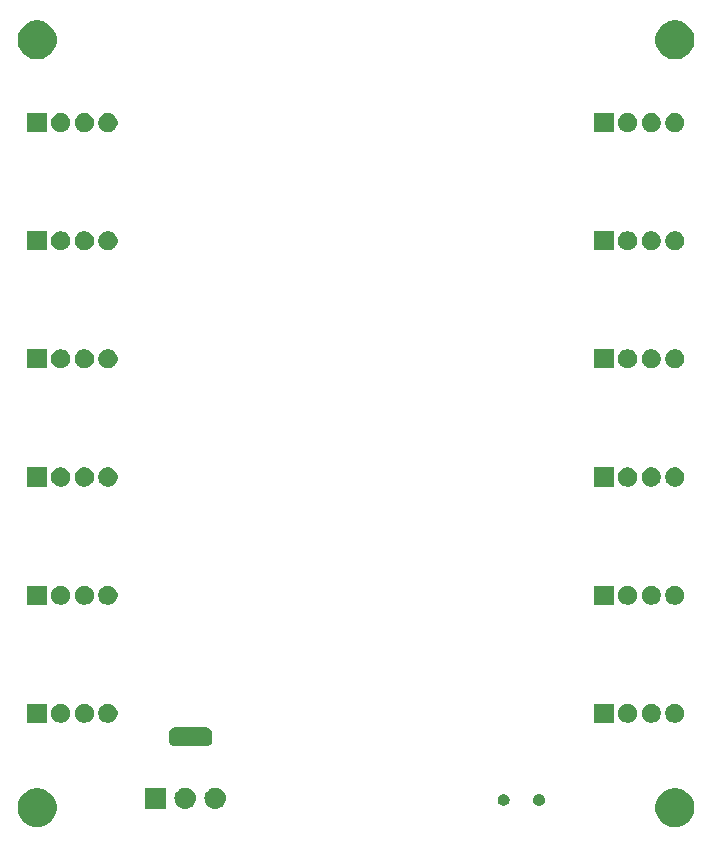
<source format=gbr>
G04 #@! TF.GenerationSoftware,KiCad,Pcbnew,(5.0.1-3-g963ef8bb5)*
G04 #@! TF.CreationDate,2020-02-17T10:00:22+01:00*
G04 #@! TF.ProjectId,studIOTmega_v11,73747564494F546D6567615F7631312E,rev?*
G04 #@! TF.SameCoordinates,Original*
G04 #@! TF.FileFunction,Soldermask,Bot*
G04 #@! TF.FilePolarity,Negative*
%FSLAX46Y46*%
G04 Gerber Fmt 4.6, Leading zero omitted, Abs format (unit mm)*
G04 Created by KiCad (PCBNEW (5.0.1-3-g963ef8bb5)) date 2020 February 17, Monday 10:00:22*
%MOMM*%
%LPD*%
G01*
G04 APERTURE LIST*
%ADD10C,0.100000*%
G04 APERTURE END LIST*
D10*
G36*
X127375256Y-142391298D02*
X127481579Y-142412447D01*
X127782042Y-142536903D01*
X127816332Y-142559815D01*
X128052454Y-142717587D01*
X128282413Y-142947546D01*
X128463098Y-143217960D01*
X128587553Y-143518422D01*
X128651000Y-143837389D01*
X128651000Y-144162611D01*
X128587553Y-144481578D01*
X128463098Y-144782040D01*
X128282413Y-145052454D01*
X128052454Y-145282413D01*
X128052451Y-145282415D01*
X127782042Y-145463097D01*
X127481579Y-145587553D01*
X127375256Y-145608702D01*
X127162611Y-145651000D01*
X126837389Y-145651000D01*
X126624744Y-145608702D01*
X126518421Y-145587553D01*
X126217958Y-145463097D01*
X125947549Y-145282415D01*
X125947546Y-145282413D01*
X125717587Y-145052454D01*
X125536902Y-144782040D01*
X125412447Y-144481578D01*
X125349000Y-144162611D01*
X125349000Y-143837389D01*
X125412447Y-143518422D01*
X125536902Y-143217960D01*
X125717587Y-142947546D01*
X125947546Y-142717587D01*
X126183668Y-142559815D01*
X126217958Y-142536903D01*
X126518421Y-142412447D01*
X126624744Y-142391298D01*
X126837389Y-142349000D01*
X127162611Y-142349000D01*
X127375256Y-142391298D01*
X127375256Y-142391298D01*
G37*
G36*
X73375256Y-142391298D02*
X73481579Y-142412447D01*
X73782042Y-142536903D01*
X73816332Y-142559815D01*
X74052454Y-142717587D01*
X74282413Y-142947546D01*
X74463098Y-143217960D01*
X74587553Y-143518422D01*
X74651000Y-143837389D01*
X74651000Y-144162611D01*
X74587553Y-144481578D01*
X74463098Y-144782040D01*
X74282413Y-145052454D01*
X74052454Y-145282413D01*
X74052451Y-145282415D01*
X73782042Y-145463097D01*
X73481579Y-145587553D01*
X73375256Y-145608702D01*
X73162611Y-145651000D01*
X72837389Y-145651000D01*
X72624744Y-145608702D01*
X72518421Y-145587553D01*
X72217958Y-145463097D01*
X71947549Y-145282415D01*
X71947546Y-145282413D01*
X71717587Y-145052454D01*
X71536902Y-144782040D01*
X71412447Y-144481578D01*
X71349000Y-144162611D01*
X71349000Y-143837389D01*
X71412447Y-143518422D01*
X71536902Y-143217960D01*
X71717587Y-142947546D01*
X71947546Y-142717587D01*
X72183668Y-142559815D01*
X72217958Y-142536903D01*
X72518421Y-142412447D01*
X72624744Y-142391298D01*
X72837389Y-142349000D01*
X73162611Y-142349000D01*
X73375256Y-142391298D01*
X73375256Y-142391298D01*
G37*
G36*
X83901000Y-144101000D02*
X82099000Y-144101000D01*
X82099000Y-142299000D01*
X83901000Y-142299000D01*
X83901000Y-144101000D01*
X83901000Y-144101000D01*
G37*
G36*
X88190442Y-142305518D02*
X88256627Y-142312037D01*
X88369853Y-142346384D01*
X88426467Y-142363557D01*
X88517932Y-142412447D01*
X88582991Y-142447222D01*
X88618729Y-142476552D01*
X88720186Y-142559814D01*
X88803448Y-142661271D01*
X88832778Y-142697009D01*
X88832779Y-142697011D01*
X88916443Y-142853533D01*
X88916443Y-142853534D01*
X88967963Y-143023373D01*
X88985359Y-143200000D01*
X88967963Y-143376627D01*
X88937777Y-143476136D01*
X88916443Y-143546467D01*
X88861440Y-143649369D01*
X88832778Y-143702991D01*
X88819515Y-143719152D01*
X88720186Y-143840186D01*
X88618729Y-143923448D01*
X88582991Y-143952778D01*
X88582989Y-143952779D01*
X88426467Y-144036443D01*
X88369853Y-144053616D01*
X88256627Y-144087963D01*
X88190442Y-144094482D01*
X88124260Y-144101000D01*
X88035740Y-144101000D01*
X87969558Y-144094482D01*
X87903373Y-144087963D01*
X87790147Y-144053616D01*
X87733533Y-144036443D01*
X87577011Y-143952779D01*
X87577009Y-143952778D01*
X87541271Y-143923448D01*
X87439814Y-143840186D01*
X87340485Y-143719152D01*
X87327222Y-143702991D01*
X87298560Y-143649369D01*
X87243557Y-143546467D01*
X87222223Y-143476136D01*
X87192037Y-143376627D01*
X87174641Y-143200000D01*
X87192037Y-143023373D01*
X87243557Y-142853534D01*
X87243557Y-142853533D01*
X87327221Y-142697011D01*
X87327222Y-142697009D01*
X87356552Y-142661271D01*
X87439814Y-142559814D01*
X87541271Y-142476552D01*
X87577009Y-142447222D01*
X87642068Y-142412447D01*
X87733533Y-142363557D01*
X87790147Y-142346384D01*
X87903373Y-142312037D01*
X87969558Y-142305518D01*
X88035740Y-142299000D01*
X88124260Y-142299000D01*
X88190442Y-142305518D01*
X88190442Y-142305518D01*
G37*
G36*
X85650442Y-142305518D02*
X85716627Y-142312037D01*
X85829853Y-142346384D01*
X85886467Y-142363557D01*
X85977932Y-142412447D01*
X86042991Y-142447222D01*
X86078729Y-142476552D01*
X86180186Y-142559814D01*
X86263448Y-142661271D01*
X86292778Y-142697009D01*
X86292779Y-142697011D01*
X86376443Y-142853533D01*
X86376443Y-142853534D01*
X86427963Y-143023373D01*
X86445359Y-143200000D01*
X86427963Y-143376627D01*
X86397777Y-143476136D01*
X86376443Y-143546467D01*
X86321440Y-143649369D01*
X86292778Y-143702991D01*
X86279515Y-143719152D01*
X86180186Y-143840186D01*
X86078729Y-143923448D01*
X86042991Y-143952778D01*
X86042989Y-143952779D01*
X85886467Y-144036443D01*
X85829853Y-144053616D01*
X85716627Y-144087963D01*
X85650442Y-144094482D01*
X85584260Y-144101000D01*
X85495740Y-144101000D01*
X85429558Y-144094482D01*
X85363373Y-144087963D01*
X85250147Y-144053616D01*
X85193533Y-144036443D01*
X85037011Y-143952779D01*
X85037009Y-143952778D01*
X85001271Y-143923448D01*
X84899814Y-143840186D01*
X84800485Y-143719152D01*
X84787222Y-143702991D01*
X84758560Y-143649369D01*
X84703557Y-143546467D01*
X84682223Y-143476136D01*
X84652037Y-143376627D01*
X84634641Y-143200000D01*
X84652037Y-143023373D01*
X84703557Y-142853534D01*
X84703557Y-142853533D01*
X84787221Y-142697011D01*
X84787222Y-142697009D01*
X84816552Y-142661271D01*
X84899814Y-142559814D01*
X85001271Y-142476552D01*
X85037009Y-142447222D01*
X85102068Y-142412447D01*
X85193533Y-142363557D01*
X85250147Y-142346384D01*
X85363373Y-142312037D01*
X85429558Y-142305518D01*
X85495740Y-142299000D01*
X85584260Y-142299000D01*
X85650442Y-142305518D01*
X85650442Y-142305518D01*
G37*
G36*
X115646136Y-142848253D02*
X115737312Y-142886019D01*
X115819372Y-142940850D01*
X115889150Y-143010628D01*
X115943981Y-143092688D01*
X115981747Y-143183864D01*
X116001000Y-143280656D01*
X116001000Y-143379344D01*
X115981747Y-143476136D01*
X115943981Y-143567312D01*
X115889150Y-143649372D01*
X115819372Y-143719150D01*
X115737312Y-143773981D01*
X115646136Y-143811747D01*
X115549344Y-143831000D01*
X115450656Y-143831000D01*
X115353864Y-143811747D01*
X115262688Y-143773981D01*
X115180628Y-143719150D01*
X115110850Y-143649372D01*
X115056019Y-143567312D01*
X115018253Y-143476136D01*
X114999000Y-143379344D01*
X114999000Y-143280656D01*
X115018253Y-143183864D01*
X115056019Y-143092688D01*
X115110850Y-143010628D01*
X115180628Y-142940850D01*
X115262688Y-142886019D01*
X115353864Y-142848253D01*
X115450656Y-142829000D01*
X115549344Y-142829000D01*
X115646136Y-142848253D01*
X115646136Y-142848253D01*
G37*
G36*
X112646136Y-142848253D02*
X112737312Y-142886019D01*
X112819372Y-142940850D01*
X112889150Y-143010628D01*
X112943981Y-143092688D01*
X112981747Y-143183864D01*
X113001000Y-143280656D01*
X113001000Y-143379344D01*
X112981747Y-143476136D01*
X112943981Y-143567312D01*
X112889150Y-143649372D01*
X112819372Y-143719150D01*
X112737312Y-143773981D01*
X112646136Y-143811747D01*
X112549344Y-143831000D01*
X112450656Y-143831000D01*
X112353864Y-143811747D01*
X112262688Y-143773981D01*
X112180628Y-143719150D01*
X112110850Y-143649372D01*
X112056019Y-143567312D01*
X112018253Y-143476136D01*
X111999000Y-143379344D01*
X111999000Y-143280656D01*
X112018253Y-143183864D01*
X112056019Y-143092688D01*
X112110850Y-143010628D01*
X112180628Y-142940850D01*
X112262688Y-142886019D01*
X112353864Y-142848253D01*
X112450656Y-142829000D01*
X112549344Y-142829000D01*
X112646136Y-142848253D01*
X112646136Y-142848253D01*
G37*
G36*
X85259999Y-137199737D02*
X85274534Y-137204147D01*
X85287717Y-137209607D01*
X85311751Y-137214387D01*
X85336255Y-137214387D01*
X85360288Y-137209606D01*
X85382927Y-137200228D01*
X85384765Y-137199000D01*
X86616053Y-137199000D01*
X86628165Y-137205474D01*
X86651614Y-137212587D01*
X86676000Y-137214989D01*
X86700386Y-137212587D01*
X86718564Y-137206083D01*
X86718608Y-137206227D01*
X86740001Y-137199737D01*
X86756140Y-137198148D01*
X87293860Y-137198148D01*
X87312198Y-137199954D01*
X87324450Y-137200556D01*
X87342869Y-137200556D01*
X87365149Y-137202750D01*
X87449236Y-137219476D01*
X87470655Y-137225974D01*
X87549871Y-137258785D01*
X87569607Y-137269335D01*
X87640897Y-137316969D01*
X87658208Y-137331176D01*
X87718824Y-137391792D01*
X87733031Y-137409103D01*
X87780665Y-137480393D01*
X87791215Y-137500129D01*
X87824026Y-137579345D01*
X87830524Y-137600764D01*
X87847250Y-137684851D01*
X87849444Y-137707131D01*
X87849444Y-137725550D01*
X87850046Y-137737802D01*
X87851852Y-137756140D01*
X87851852Y-138243861D01*
X87850046Y-138262198D01*
X87849444Y-138274450D01*
X87849444Y-138292869D01*
X87847250Y-138315149D01*
X87830524Y-138399236D01*
X87824026Y-138420655D01*
X87791215Y-138499871D01*
X87780665Y-138519607D01*
X87733031Y-138590897D01*
X87718824Y-138608208D01*
X87658208Y-138668824D01*
X87640897Y-138683031D01*
X87569607Y-138730665D01*
X87549871Y-138741215D01*
X87470655Y-138774026D01*
X87449236Y-138780524D01*
X87365149Y-138797250D01*
X87342869Y-138799444D01*
X87324450Y-138799444D01*
X87312198Y-138800046D01*
X87293861Y-138801852D01*
X86756140Y-138801852D01*
X86740001Y-138800263D01*
X86725466Y-138795853D01*
X86712283Y-138790393D01*
X86688249Y-138785613D01*
X86663745Y-138785613D01*
X86639712Y-138790394D01*
X86617073Y-138799772D01*
X86615235Y-138801000D01*
X85383947Y-138801000D01*
X85371835Y-138794526D01*
X85348386Y-138787413D01*
X85324000Y-138785011D01*
X85299614Y-138787413D01*
X85281436Y-138793917D01*
X85281392Y-138793773D01*
X85259999Y-138800263D01*
X85243860Y-138801852D01*
X84706139Y-138801852D01*
X84687802Y-138800046D01*
X84675550Y-138799444D01*
X84657131Y-138799444D01*
X84634851Y-138797250D01*
X84550764Y-138780524D01*
X84529345Y-138774026D01*
X84450129Y-138741215D01*
X84430393Y-138730665D01*
X84359103Y-138683031D01*
X84341792Y-138668824D01*
X84281176Y-138608208D01*
X84266969Y-138590897D01*
X84219335Y-138519607D01*
X84208785Y-138499871D01*
X84175974Y-138420655D01*
X84169476Y-138399236D01*
X84152750Y-138315149D01*
X84150556Y-138292869D01*
X84150556Y-138274450D01*
X84149954Y-138262198D01*
X84148148Y-138243861D01*
X84148148Y-137756140D01*
X84149954Y-137737802D01*
X84150556Y-137725550D01*
X84150556Y-137707131D01*
X84152750Y-137684851D01*
X84169476Y-137600764D01*
X84175974Y-137579345D01*
X84208785Y-137500129D01*
X84219335Y-137480393D01*
X84266969Y-137409103D01*
X84281176Y-137391792D01*
X84341792Y-137331176D01*
X84359103Y-137316969D01*
X84430393Y-137269335D01*
X84450129Y-137258785D01*
X84529345Y-137225974D01*
X84550764Y-137219476D01*
X84634851Y-137202750D01*
X84657131Y-137200556D01*
X84675550Y-137200556D01*
X84687802Y-137199954D01*
X84706140Y-137198148D01*
X85243860Y-137198148D01*
X85259999Y-137199737D01*
X85259999Y-137199737D01*
G37*
G36*
X73813000Y-136813000D02*
X72187000Y-136813000D01*
X72187000Y-135187000D01*
X73813000Y-135187000D01*
X73813000Y-136813000D01*
X73813000Y-136813000D01*
G37*
G36*
X127237142Y-135218242D02*
X127385102Y-135279530D01*
X127518258Y-135368502D01*
X127631498Y-135481742D01*
X127720470Y-135614898D01*
X127781758Y-135762858D01*
X127813000Y-135919925D01*
X127813000Y-136080075D01*
X127781758Y-136237142D01*
X127720470Y-136385102D01*
X127631498Y-136518258D01*
X127518258Y-136631498D01*
X127385102Y-136720470D01*
X127237142Y-136781758D01*
X127080075Y-136813000D01*
X126919925Y-136813000D01*
X126762858Y-136781758D01*
X126614898Y-136720470D01*
X126481742Y-136631498D01*
X126368502Y-136518258D01*
X126279530Y-136385102D01*
X126218242Y-136237142D01*
X126187000Y-136080075D01*
X126187000Y-135919925D01*
X126218242Y-135762858D01*
X126279530Y-135614898D01*
X126368502Y-135481742D01*
X126481742Y-135368502D01*
X126614898Y-135279530D01*
X126762858Y-135218242D01*
X126919925Y-135187000D01*
X127080075Y-135187000D01*
X127237142Y-135218242D01*
X127237142Y-135218242D01*
G37*
G36*
X75237142Y-135218242D02*
X75385102Y-135279530D01*
X75518258Y-135368502D01*
X75631498Y-135481742D01*
X75720470Y-135614898D01*
X75781758Y-135762858D01*
X75813000Y-135919925D01*
X75813000Y-136080075D01*
X75781758Y-136237142D01*
X75720470Y-136385102D01*
X75631498Y-136518258D01*
X75518258Y-136631498D01*
X75385102Y-136720470D01*
X75237142Y-136781758D01*
X75080075Y-136813000D01*
X74919925Y-136813000D01*
X74762858Y-136781758D01*
X74614898Y-136720470D01*
X74481742Y-136631498D01*
X74368502Y-136518258D01*
X74279530Y-136385102D01*
X74218242Y-136237142D01*
X74187000Y-136080075D01*
X74187000Y-135919925D01*
X74218242Y-135762858D01*
X74279530Y-135614898D01*
X74368502Y-135481742D01*
X74481742Y-135368502D01*
X74614898Y-135279530D01*
X74762858Y-135218242D01*
X74919925Y-135187000D01*
X75080075Y-135187000D01*
X75237142Y-135218242D01*
X75237142Y-135218242D01*
G37*
G36*
X77237142Y-135218242D02*
X77385102Y-135279530D01*
X77518258Y-135368502D01*
X77631498Y-135481742D01*
X77720470Y-135614898D01*
X77781758Y-135762858D01*
X77813000Y-135919925D01*
X77813000Y-136080075D01*
X77781758Y-136237142D01*
X77720470Y-136385102D01*
X77631498Y-136518258D01*
X77518258Y-136631498D01*
X77385102Y-136720470D01*
X77237142Y-136781758D01*
X77080075Y-136813000D01*
X76919925Y-136813000D01*
X76762858Y-136781758D01*
X76614898Y-136720470D01*
X76481742Y-136631498D01*
X76368502Y-136518258D01*
X76279530Y-136385102D01*
X76218242Y-136237142D01*
X76187000Y-136080075D01*
X76187000Y-135919925D01*
X76218242Y-135762858D01*
X76279530Y-135614898D01*
X76368502Y-135481742D01*
X76481742Y-135368502D01*
X76614898Y-135279530D01*
X76762858Y-135218242D01*
X76919925Y-135187000D01*
X77080075Y-135187000D01*
X77237142Y-135218242D01*
X77237142Y-135218242D01*
G37*
G36*
X125237142Y-135218242D02*
X125385102Y-135279530D01*
X125518258Y-135368502D01*
X125631498Y-135481742D01*
X125720470Y-135614898D01*
X125781758Y-135762858D01*
X125813000Y-135919925D01*
X125813000Y-136080075D01*
X125781758Y-136237142D01*
X125720470Y-136385102D01*
X125631498Y-136518258D01*
X125518258Y-136631498D01*
X125385102Y-136720470D01*
X125237142Y-136781758D01*
X125080075Y-136813000D01*
X124919925Y-136813000D01*
X124762858Y-136781758D01*
X124614898Y-136720470D01*
X124481742Y-136631498D01*
X124368502Y-136518258D01*
X124279530Y-136385102D01*
X124218242Y-136237142D01*
X124187000Y-136080075D01*
X124187000Y-135919925D01*
X124218242Y-135762858D01*
X124279530Y-135614898D01*
X124368502Y-135481742D01*
X124481742Y-135368502D01*
X124614898Y-135279530D01*
X124762858Y-135218242D01*
X124919925Y-135187000D01*
X125080075Y-135187000D01*
X125237142Y-135218242D01*
X125237142Y-135218242D01*
G37*
G36*
X123237142Y-135218242D02*
X123385102Y-135279530D01*
X123518258Y-135368502D01*
X123631498Y-135481742D01*
X123720470Y-135614898D01*
X123781758Y-135762858D01*
X123813000Y-135919925D01*
X123813000Y-136080075D01*
X123781758Y-136237142D01*
X123720470Y-136385102D01*
X123631498Y-136518258D01*
X123518258Y-136631498D01*
X123385102Y-136720470D01*
X123237142Y-136781758D01*
X123080075Y-136813000D01*
X122919925Y-136813000D01*
X122762858Y-136781758D01*
X122614898Y-136720470D01*
X122481742Y-136631498D01*
X122368502Y-136518258D01*
X122279530Y-136385102D01*
X122218242Y-136237142D01*
X122187000Y-136080075D01*
X122187000Y-135919925D01*
X122218242Y-135762858D01*
X122279530Y-135614898D01*
X122368502Y-135481742D01*
X122481742Y-135368502D01*
X122614898Y-135279530D01*
X122762858Y-135218242D01*
X122919925Y-135187000D01*
X123080075Y-135187000D01*
X123237142Y-135218242D01*
X123237142Y-135218242D01*
G37*
G36*
X121813000Y-136813000D02*
X120187000Y-136813000D01*
X120187000Y-135187000D01*
X121813000Y-135187000D01*
X121813000Y-136813000D01*
X121813000Y-136813000D01*
G37*
G36*
X79237142Y-135218242D02*
X79385102Y-135279530D01*
X79518258Y-135368502D01*
X79631498Y-135481742D01*
X79720470Y-135614898D01*
X79781758Y-135762858D01*
X79813000Y-135919925D01*
X79813000Y-136080075D01*
X79781758Y-136237142D01*
X79720470Y-136385102D01*
X79631498Y-136518258D01*
X79518258Y-136631498D01*
X79385102Y-136720470D01*
X79237142Y-136781758D01*
X79080075Y-136813000D01*
X78919925Y-136813000D01*
X78762858Y-136781758D01*
X78614898Y-136720470D01*
X78481742Y-136631498D01*
X78368502Y-136518258D01*
X78279530Y-136385102D01*
X78218242Y-136237142D01*
X78187000Y-136080075D01*
X78187000Y-135919925D01*
X78218242Y-135762858D01*
X78279530Y-135614898D01*
X78368502Y-135481742D01*
X78481742Y-135368502D01*
X78614898Y-135279530D01*
X78762858Y-135218242D01*
X78919925Y-135187000D01*
X79080075Y-135187000D01*
X79237142Y-135218242D01*
X79237142Y-135218242D01*
G37*
G36*
X121813000Y-126813000D02*
X120187000Y-126813000D01*
X120187000Y-125187000D01*
X121813000Y-125187000D01*
X121813000Y-126813000D01*
X121813000Y-126813000D01*
G37*
G36*
X123237142Y-125218242D02*
X123385102Y-125279530D01*
X123518258Y-125368502D01*
X123631498Y-125481742D01*
X123720470Y-125614898D01*
X123781758Y-125762858D01*
X123813000Y-125919925D01*
X123813000Y-126080075D01*
X123781758Y-126237142D01*
X123720470Y-126385102D01*
X123631498Y-126518258D01*
X123518258Y-126631498D01*
X123385102Y-126720470D01*
X123237142Y-126781758D01*
X123080075Y-126813000D01*
X122919925Y-126813000D01*
X122762858Y-126781758D01*
X122614898Y-126720470D01*
X122481742Y-126631498D01*
X122368502Y-126518258D01*
X122279530Y-126385102D01*
X122218242Y-126237142D01*
X122187000Y-126080075D01*
X122187000Y-125919925D01*
X122218242Y-125762858D01*
X122279530Y-125614898D01*
X122368502Y-125481742D01*
X122481742Y-125368502D01*
X122614898Y-125279530D01*
X122762858Y-125218242D01*
X122919925Y-125187000D01*
X123080075Y-125187000D01*
X123237142Y-125218242D01*
X123237142Y-125218242D01*
G37*
G36*
X125237142Y-125218242D02*
X125385102Y-125279530D01*
X125518258Y-125368502D01*
X125631498Y-125481742D01*
X125720470Y-125614898D01*
X125781758Y-125762858D01*
X125813000Y-125919925D01*
X125813000Y-126080075D01*
X125781758Y-126237142D01*
X125720470Y-126385102D01*
X125631498Y-126518258D01*
X125518258Y-126631498D01*
X125385102Y-126720470D01*
X125237142Y-126781758D01*
X125080075Y-126813000D01*
X124919925Y-126813000D01*
X124762858Y-126781758D01*
X124614898Y-126720470D01*
X124481742Y-126631498D01*
X124368502Y-126518258D01*
X124279530Y-126385102D01*
X124218242Y-126237142D01*
X124187000Y-126080075D01*
X124187000Y-125919925D01*
X124218242Y-125762858D01*
X124279530Y-125614898D01*
X124368502Y-125481742D01*
X124481742Y-125368502D01*
X124614898Y-125279530D01*
X124762858Y-125218242D01*
X124919925Y-125187000D01*
X125080075Y-125187000D01*
X125237142Y-125218242D01*
X125237142Y-125218242D01*
G37*
G36*
X79237142Y-125218242D02*
X79385102Y-125279530D01*
X79518258Y-125368502D01*
X79631498Y-125481742D01*
X79720470Y-125614898D01*
X79781758Y-125762858D01*
X79813000Y-125919925D01*
X79813000Y-126080075D01*
X79781758Y-126237142D01*
X79720470Y-126385102D01*
X79631498Y-126518258D01*
X79518258Y-126631498D01*
X79385102Y-126720470D01*
X79237142Y-126781758D01*
X79080075Y-126813000D01*
X78919925Y-126813000D01*
X78762858Y-126781758D01*
X78614898Y-126720470D01*
X78481742Y-126631498D01*
X78368502Y-126518258D01*
X78279530Y-126385102D01*
X78218242Y-126237142D01*
X78187000Y-126080075D01*
X78187000Y-125919925D01*
X78218242Y-125762858D01*
X78279530Y-125614898D01*
X78368502Y-125481742D01*
X78481742Y-125368502D01*
X78614898Y-125279530D01*
X78762858Y-125218242D01*
X78919925Y-125187000D01*
X79080075Y-125187000D01*
X79237142Y-125218242D01*
X79237142Y-125218242D01*
G37*
G36*
X77237142Y-125218242D02*
X77385102Y-125279530D01*
X77518258Y-125368502D01*
X77631498Y-125481742D01*
X77720470Y-125614898D01*
X77781758Y-125762858D01*
X77813000Y-125919925D01*
X77813000Y-126080075D01*
X77781758Y-126237142D01*
X77720470Y-126385102D01*
X77631498Y-126518258D01*
X77518258Y-126631498D01*
X77385102Y-126720470D01*
X77237142Y-126781758D01*
X77080075Y-126813000D01*
X76919925Y-126813000D01*
X76762858Y-126781758D01*
X76614898Y-126720470D01*
X76481742Y-126631498D01*
X76368502Y-126518258D01*
X76279530Y-126385102D01*
X76218242Y-126237142D01*
X76187000Y-126080075D01*
X76187000Y-125919925D01*
X76218242Y-125762858D01*
X76279530Y-125614898D01*
X76368502Y-125481742D01*
X76481742Y-125368502D01*
X76614898Y-125279530D01*
X76762858Y-125218242D01*
X76919925Y-125187000D01*
X77080075Y-125187000D01*
X77237142Y-125218242D01*
X77237142Y-125218242D01*
G37*
G36*
X75237142Y-125218242D02*
X75385102Y-125279530D01*
X75518258Y-125368502D01*
X75631498Y-125481742D01*
X75720470Y-125614898D01*
X75781758Y-125762858D01*
X75813000Y-125919925D01*
X75813000Y-126080075D01*
X75781758Y-126237142D01*
X75720470Y-126385102D01*
X75631498Y-126518258D01*
X75518258Y-126631498D01*
X75385102Y-126720470D01*
X75237142Y-126781758D01*
X75080075Y-126813000D01*
X74919925Y-126813000D01*
X74762858Y-126781758D01*
X74614898Y-126720470D01*
X74481742Y-126631498D01*
X74368502Y-126518258D01*
X74279530Y-126385102D01*
X74218242Y-126237142D01*
X74187000Y-126080075D01*
X74187000Y-125919925D01*
X74218242Y-125762858D01*
X74279530Y-125614898D01*
X74368502Y-125481742D01*
X74481742Y-125368502D01*
X74614898Y-125279530D01*
X74762858Y-125218242D01*
X74919925Y-125187000D01*
X75080075Y-125187000D01*
X75237142Y-125218242D01*
X75237142Y-125218242D01*
G37*
G36*
X73813000Y-126813000D02*
X72187000Y-126813000D01*
X72187000Y-125187000D01*
X73813000Y-125187000D01*
X73813000Y-126813000D01*
X73813000Y-126813000D01*
G37*
G36*
X127237142Y-125218242D02*
X127385102Y-125279530D01*
X127518258Y-125368502D01*
X127631498Y-125481742D01*
X127720470Y-125614898D01*
X127781758Y-125762858D01*
X127813000Y-125919925D01*
X127813000Y-126080075D01*
X127781758Y-126237142D01*
X127720470Y-126385102D01*
X127631498Y-126518258D01*
X127518258Y-126631498D01*
X127385102Y-126720470D01*
X127237142Y-126781758D01*
X127080075Y-126813000D01*
X126919925Y-126813000D01*
X126762858Y-126781758D01*
X126614898Y-126720470D01*
X126481742Y-126631498D01*
X126368502Y-126518258D01*
X126279530Y-126385102D01*
X126218242Y-126237142D01*
X126187000Y-126080075D01*
X126187000Y-125919925D01*
X126218242Y-125762858D01*
X126279530Y-125614898D01*
X126368502Y-125481742D01*
X126481742Y-125368502D01*
X126614898Y-125279530D01*
X126762858Y-125218242D01*
X126919925Y-125187000D01*
X127080075Y-125187000D01*
X127237142Y-125218242D01*
X127237142Y-125218242D01*
G37*
G36*
X127237142Y-115218242D02*
X127385102Y-115279530D01*
X127518258Y-115368502D01*
X127631498Y-115481742D01*
X127720470Y-115614898D01*
X127781758Y-115762858D01*
X127813000Y-115919925D01*
X127813000Y-116080075D01*
X127781758Y-116237142D01*
X127720470Y-116385102D01*
X127631498Y-116518258D01*
X127518258Y-116631498D01*
X127385102Y-116720470D01*
X127237142Y-116781758D01*
X127080075Y-116813000D01*
X126919925Y-116813000D01*
X126762858Y-116781758D01*
X126614898Y-116720470D01*
X126481742Y-116631498D01*
X126368502Y-116518258D01*
X126279530Y-116385102D01*
X126218242Y-116237142D01*
X126187000Y-116080075D01*
X126187000Y-115919925D01*
X126218242Y-115762858D01*
X126279530Y-115614898D01*
X126368502Y-115481742D01*
X126481742Y-115368502D01*
X126614898Y-115279530D01*
X126762858Y-115218242D01*
X126919925Y-115187000D01*
X127080075Y-115187000D01*
X127237142Y-115218242D01*
X127237142Y-115218242D01*
G37*
G36*
X79237142Y-115218242D02*
X79385102Y-115279530D01*
X79518258Y-115368502D01*
X79631498Y-115481742D01*
X79720470Y-115614898D01*
X79781758Y-115762858D01*
X79813000Y-115919925D01*
X79813000Y-116080075D01*
X79781758Y-116237142D01*
X79720470Y-116385102D01*
X79631498Y-116518258D01*
X79518258Y-116631498D01*
X79385102Y-116720470D01*
X79237142Y-116781758D01*
X79080075Y-116813000D01*
X78919925Y-116813000D01*
X78762858Y-116781758D01*
X78614898Y-116720470D01*
X78481742Y-116631498D01*
X78368502Y-116518258D01*
X78279530Y-116385102D01*
X78218242Y-116237142D01*
X78187000Y-116080075D01*
X78187000Y-115919925D01*
X78218242Y-115762858D01*
X78279530Y-115614898D01*
X78368502Y-115481742D01*
X78481742Y-115368502D01*
X78614898Y-115279530D01*
X78762858Y-115218242D01*
X78919925Y-115187000D01*
X79080075Y-115187000D01*
X79237142Y-115218242D01*
X79237142Y-115218242D01*
G37*
G36*
X125237142Y-115218242D02*
X125385102Y-115279530D01*
X125518258Y-115368502D01*
X125631498Y-115481742D01*
X125720470Y-115614898D01*
X125781758Y-115762858D01*
X125813000Y-115919925D01*
X125813000Y-116080075D01*
X125781758Y-116237142D01*
X125720470Y-116385102D01*
X125631498Y-116518258D01*
X125518258Y-116631498D01*
X125385102Y-116720470D01*
X125237142Y-116781758D01*
X125080075Y-116813000D01*
X124919925Y-116813000D01*
X124762858Y-116781758D01*
X124614898Y-116720470D01*
X124481742Y-116631498D01*
X124368502Y-116518258D01*
X124279530Y-116385102D01*
X124218242Y-116237142D01*
X124187000Y-116080075D01*
X124187000Y-115919925D01*
X124218242Y-115762858D01*
X124279530Y-115614898D01*
X124368502Y-115481742D01*
X124481742Y-115368502D01*
X124614898Y-115279530D01*
X124762858Y-115218242D01*
X124919925Y-115187000D01*
X125080075Y-115187000D01*
X125237142Y-115218242D01*
X125237142Y-115218242D01*
G37*
G36*
X123237142Y-115218242D02*
X123385102Y-115279530D01*
X123518258Y-115368502D01*
X123631498Y-115481742D01*
X123720470Y-115614898D01*
X123781758Y-115762858D01*
X123813000Y-115919925D01*
X123813000Y-116080075D01*
X123781758Y-116237142D01*
X123720470Y-116385102D01*
X123631498Y-116518258D01*
X123518258Y-116631498D01*
X123385102Y-116720470D01*
X123237142Y-116781758D01*
X123080075Y-116813000D01*
X122919925Y-116813000D01*
X122762858Y-116781758D01*
X122614898Y-116720470D01*
X122481742Y-116631498D01*
X122368502Y-116518258D01*
X122279530Y-116385102D01*
X122218242Y-116237142D01*
X122187000Y-116080075D01*
X122187000Y-115919925D01*
X122218242Y-115762858D01*
X122279530Y-115614898D01*
X122368502Y-115481742D01*
X122481742Y-115368502D01*
X122614898Y-115279530D01*
X122762858Y-115218242D01*
X122919925Y-115187000D01*
X123080075Y-115187000D01*
X123237142Y-115218242D01*
X123237142Y-115218242D01*
G37*
G36*
X121813000Y-116813000D02*
X120187000Y-116813000D01*
X120187000Y-115187000D01*
X121813000Y-115187000D01*
X121813000Y-116813000D01*
X121813000Y-116813000D01*
G37*
G36*
X77237142Y-115218242D02*
X77385102Y-115279530D01*
X77518258Y-115368502D01*
X77631498Y-115481742D01*
X77720470Y-115614898D01*
X77781758Y-115762858D01*
X77813000Y-115919925D01*
X77813000Y-116080075D01*
X77781758Y-116237142D01*
X77720470Y-116385102D01*
X77631498Y-116518258D01*
X77518258Y-116631498D01*
X77385102Y-116720470D01*
X77237142Y-116781758D01*
X77080075Y-116813000D01*
X76919925Y-116813000D01*
X76762858Y-116781758D01*
X76614898Y-116720470D01*
X76481742Y-116631498D01*
X76368502Y-116518258D01*
X76279530Y-116385102D01*
X76218242Y-116237142D01*
X76187000Y-116080075D01*
X76187000Y-115919925D01*
X76218242Y-115762858D01*
X76279530Y-115614898D01*
X76368502Y-115481742D01*
X76481742Y-115368502D01*
X76614898Y-115279530D01*
X76762858Y-115218242D01*
X76919925Y-115187000D01*
X77080075Y-115187000D01*
X77237142Y-115218242D01*
X77237142Y-115218242D01*
G37*
G36*
X75237142Y-115218242D02*
X75385102Y-115279530D01*
X75518258Y-115368502D01*
X75631498Y-115481742D01*
X75720470Y-115614898D01*
X75781758Y-115762858D01*
X75813000Y-115919925D01*
X75813000Y-116080075D01*
X75781758Y-116237142D01*
X75720470Y-116385102D01*
X75631498Y-116518258D01*
X75518258Y-116631498D01*
X75385102Y-116720470D01*
X75237142Y-116781758D01*
X75080075Y-116813000D01*
X74919925Y-116813000D01*
X74762858Y-116781758D01*
X74614898Y-116720470D01*
X74481742Y-116631498D01*
X74368502Y-116518258D01*
X74279530Y-116385102D01*
X74218242Y-116237142D01*
X74187000Y-116080075D01*
X74187000Y-115919925D01*
X74218242Y-115762858D01*
X74279530Y-115614898D01*
X74368502Y-115481742D01*
X74481742Y-115368502D01*
X74614898Y-115279530D01*
X74762858Y-115218242D01*
X74919925Y-115187000D01*
X75080075Y-115187000D01*
X75237142Y-115218242D01*
X75237142Y-115218242D01*
G37*
G36*
X73813000Y-116813000D02*
X72187000Y-116813000D01*
X72187000Y-115187000D01*
X73813000Y-115187000D01*
X73813000Y-116813000D01*
X73813000Y-116813000D01*
G37*
G36*
X121813000Y-106813000D02*
X120187000Y-106813000D01*
X120187000Y-105187000D01*
X121813000Y-105187000D01*
X121813000Y-106813000D01*
X121813000Y-106813000D01*
G37*
G36*
X127237142Y-105218242D02*
X127385102Y-105279530D01*
X127518258Y-105368502D01*
X127631498Y-105481742D01*
X127720470Y-105614898D01*
X127781758Y-105762858D01*
X127813000Y-105919925D01*
X127813000Y-106080075D01*
X127781758Y-106237142D01*
X127720470Y-106385102D01*
X127631498Y-106518258D01*
X127518258Y-106631498D01*
X127385102Y-106720470D01*
X127237142Y-106781758D01*
X127080075Y-106813000D01*
X126919925Y-106813000D01*
X126762858Y-106781758D01*
X126614898Y-106720470D01*
X126481742Y-106631498D01*
X126368502Y-106518258D01*
X126279530Y-106385102D01*
X126218242Y-106237142D01*
X126187000Y-106080075D01*
X126187000Y-105919925D01*
X126218242Y-105762858D01*
X126279530Y-105614898D01*
X126368502Y-105481742D01*
X126481742Y-105368502D01*
X126614898Y-105279530D01*
X126762858Y-105218242D01*
X126919925Y-105187000D01*
X127080075Y-105187000D01*
X127237142Y-105218242D01*
X127237142Y-105218242D01*
G37*
G36*
X125237142Y-105218242D02*
X125385102Y-105279530D01*
X125518258Y-105368502D01*
X125631498Y-105481742D01*
X125720470Y-105614898D01*
X125781758Y-105762858D01*
X125813000Y-105919925D01*
X125813000Y-106080075D01*
X125781758Y-106237142D01*
X125720470Y-106385102D01*
X125631498Y-106518258D01*
X125518258Y-106631498D01*
X125385102Y-106720470D01*
X125237142Y-106781758D01*
X125080075Y-106813000D01*
X124919925Y-106813000D01*
X124762858Y-106781758D01*
X124614898Y-106720470D01*
X124481742Y-106631498D01*
X124368502Y-106518258D01*
X124279530Y-106385102D01*
X124218242Y-106237142D01*
X124187000Y-106080075D01*
X124187000Y-105919925D01*
X124218242Y-105762858D01*
X124279530Y-105614898D01*
X124368502Y-105481742D01*
X124481742Y-105368502D01*
X124614898Y-105279530D01*
X124762858Y-105218242D01*
X124919925Y-105187000D01*
X125080075Y-105187000D01*
X125237142Y-105218242D01*
X125237142Y-105218242D01*
G37*
G36*
X123237142Y-105218242D02*
X123385102Y-105279530D01*
X123518258Y-105368502D01*
X123631498Y-105481742D01*
X123720470Y-105614898D01*
X123781758Y-105762858D01*
X123813000Y-105919925D01*
X123813000Y-106080075D01*
X123781758Y-106237142D01*
X123720470Y-106385102D01*
X123631498Y-106518258D01*
X123518258Y-106631498D01*
X123385102Y-106720470D01*
X123237142Y-106781758D01*
X123080075Y-106813000D01*
X122919925Y-106813000D01*
X122762858Y-106781758D01*
X122614898Y-106720470D01*
X122481742Y-106631498D01*
X122368502Y-106518258D01*
X122279530Y-106385102D01*
X122218242Y-106237142D01*
X122187000Y-106080075D01*
X122187000Y-105919925D01*
X122218242Y-105762858D01*
X122279530Y-105614898D01*
X122368502Y-105481742D01*
X122481742Y-105368502D01*
X122614898Y-105279530D01*
X122762858Y-105218242D01*
X122919925Y-105187000D01*
X123080075Y-105187000D01*
X123237142Y-105218242D01*
X123237142Y-105218242D01*
G37*
G36*
X79237142Y-105218242D02*
X79385102Y-105279530D01*
X79518258Y-105368502D01*
X79631498Y-105481742D01*
X79720470Y-105614898D01*
X79781758Y-105762858D01*
X79813000Y-105919925D01*
X79813000Y-106080075D01*
X79781758Y-106237142D01*
X79720470Y-106385102D01*
X79631498Y-106518258D01*
X79518258Y-106631498D01*
X79385102Y-106720470D01*
X79237142Y-106781758D01*
X79080075Y-106813000D01*
X78919925Y-106813000D01*
X78762858Y-106781758D01*
X78614898Y-106720470D01*
X78481742Y-106631498D01*
X78368502Y-106518258D01*
X78279530Y-106385102D01*
X78218242Y-106237142D01*
X78187000Y-106080075D01*
X78187000Y-105919925D01*
X78218242Y-105762858D01*
X78279530Y-105614898D01*
X78368502Y-105481742D01*
X78481742Y-105368502D01*
X78614898Y-105279530D01*
X78762858Y-105218242D01*
X78919925Y-105187000D01*
X79080075Y-105187000D01*
X79237142Y-105218242D01*
X79237142Y-105218242D01*
G37*
G36*
X77237142Y-105218242D02*
X77385102Y-105279530D01*
X77518258Y-105368502D01*
X77631498Y-105481742D01*
X77720470Y-105614898D01*
X77781758Y-105762858D01*
X77813000Y-105919925D01*
X77813000Y-106080075D01*
X77781758Y-106237142D01*
X77720470Y-106385102D01*
X77631498Y-106518258D01*
X77518258Y-106631498D01*
X77385102Y-106720470D01*
X77237142Y-106781758D01*
X77080075Y-106813000D01*
X76919925Y-106813000D01*
X76762858Y-106781758D01*
X76614898Y-106720470D01*
X76481742Y-106631498D01*
X76368502Y-106518258D01*
X76279530Y-106385102D01*
X76218242Y-106237142D01*
X76187000Y-106080075D01*
X76187000Y-105919925D01*
X76218242Y-105762858D01*
X76279530Y-105614898D01*
X76368502Y-105481742D01*
X76481742Y-105368502D01*
X76614898Y-105279530D01*
X76762858Y-105218242D01*
X76919925Y-105187000D01*
X77080075Y-105187000D01*
X77237142Y-105218242D01*
X77237142Y-105218242D01*
G37*
G36*
X75237142Y-105218242D02*
X75385102Y-105279530D01*
X75518258Y-105368502D01*
X75631498Y-105481742D01*
X75720470Y-105614898D01*
X75781758Y-105762858D01*
X75813000Y-105919925D01*
X75813000Y-106080075D01*
X75781758Y-106237142D01*
X75720470Y-106385102D01*
X75631498Y-106518258D01*
X75518258Y-106631498D01*
X75385102Y-106720470D01*
X75237142Y-106781758D01*
X75080075Y-106813000D01*
X74919925Y-106813000D01*
X74762858Y-106781758D01*
X74614898Y-106720470D01*
X74481742Y-106631498D01*
X74368502Y-106518258D01*
X74279530Y-106385102D01*
X74218242Y-106237142D01*
X74187000Y-106080075D01*
X74187000Y-105919925D01*
X74218242Y-105762858D01*
X74279530Y-105614898D01*
X74368502Y-105481742D01*
X74481742Y-105368502D01*
X74614898Y-105279530D01*
X74762858Y-105218242D01*
X74919925Y-105187000D01*
X75080075Y-105187000D01*
X75237142Y-105218242D01*
X75237142Y-105218242D01*
G37*
G36*
X73813000Y-106813000D02*
X72187000Y-106813000D01*
X72187000Y-105187000D01*
X73813000Y-105187000D01*
X73813000Y-106813000D01*
X73813000Y-106813000D01*
G37*
G36*
X77237142Y-95218242D02*
X77385102Y-95279530D01*
X77518258Y-95368502D01*
X77631498Y-95481742D01*
X77720470Y-95614898D01*
X77781758Y-95762858D01*
X77813000Y-95919925D01*
X77813000Y-96080075D01*
X77781758Y-96237142D01*
X77720470Y-96385102D01*
X77631498Y-96518258D01*
X77518258Y-96631498D01*
X77385102Y-96720470D01*
X77237142Y-96781758D01*
X77080075Y-96813000D01*
X76919925Y-96813000D01*
X76762858Y-96781758D01*
X76614898Y-96720470D01*
X76481742Y-96631498D01*
X76368502Y-96518258D01*
X76279530Y-96385102D01*
X76218242Y-96237142D01*
X76187000Y-96080075D01*
X76187000Y-95919925D01*
X76218242Y-95762858D01*
X76279530Y-95614898D01*
X76368502Y-95481742D01*
X76481742Y-95368502D01*
X76614898Y-95279530D01*
X76762858Y-95218242D01*
X76919925Y-95187000D01*
X77080075Y-95187000D01*
X77237142Y-95218242D01*
X77237142Y-95218242D01*
G37*
G36*
X75237142Y-95218242D02*
X75385102Y-95279530D01*
X75518258Y-95368502D01*
X75631498Y-95481742D01*
X75720470Y-95614898D01*
X75781758Y-95762858D01*
X75813000Y-95919925D01*
X75813000Y-96080075D01*
X75781758Y-96237142D01*
X75720470Y-96385102D01*
X75631498Y-96518258D01*
X75518258Y-96631498D01*
X75385102Y-96720470D01*
X75237142Y-96781758D01*
X75080075Y-96813000D01*
X74919925Y-96813000D01*
X74762858Y-96781758D01*
X74614898Y-96720470D01*
X74481742Y-96631498D01*
X74368502Y-96518258D01*
X74279530Y-96385102D01*
X74218242Y-96237142D01*
X74187000Y-96080075D01*
X74187000Y-95919925D01*
X74218242Y-95762858D01*
X74279530Y-95614898D01*
X74368502Y-95481742D01*
X74481742Y-95368502D01*
X74614898Y-95279530D01*
X74762858Y-95218242D01*
X74919925Y-95187000D01*
X75080075Y-95187000D01*
X75237142Y-95218242D01*
X75237142Y-95218242D01*
G37*
G36*
X79237142Y-95218242D02*
X79385102Y-95279530D01*
X79518258Y-95368502D01*
X79631498Y-95481742D01*
X79720470Y-95614898D01*
X79781758Y-95762858D01*
X79813000Y-95919925D01*
X79813000Y-96080075D01*
X79781758Y-96237142D01*
X79720470Y-96385102D01*
X79631498Y-96518258D01*
X79518258Y-96631498D01*
X79385102Y-96720470D01*
X79237142Y-96781758D01*
X79080075Y-96813000D01*
X78919925Y-96813000D01*
X78762858Y-96781758D01*
X78614898Y-96720470D01*
X78481742Y-96631498D01*
X78368502Y-96518258D01*
X78279530Y-96385102D01*
X78218242Y-96237142D01*
X78187000Y-96080075D01*
X78187000Y-95919925D01*
X78218242Y-95762858D01*
X78279530Y-95614898D01*
X78368502Y-95481742D01*
X78481742Y-95368502D01*
X78614898Y-95279530D01*
X78762858Y-95218242D01*
X78919925Y-95187000D01*
X79080075Y-95187000D01*
X79237142Y-95218242D01*
X79237142Y-95218242D01*
G37*
G36*
X125237142Y-95218242D02*
X125385102Y-95279530D01*
X125518258Y-95368502D01*
X125631498Y-95481742D01*
X125720470Y-95614898D01*
X125781758Y-95762858D01*
X125813000Y-95919925D01*
X125813000Y-96080075D01*
X125781758Y-96237142D01*
X125720470Y-96385102D01*
X125631498Y-96518258D01*
X125518258Y-96631498D01*
X125385102Y-96720470D01*
X125237142Y-96781758D01*
X125080075Y-96813000D01*
X124919925Y-96813000D01*
X124762858Y-96781758D01*
X124614898Y-96720470D01*
X124481742Y-96631498D01*
X124368502Y-96518258D01*
X124279530Y-96385102D01*
X124218242Y-96237142D01*
X124187000Y-96080075D01*
X124187000Y-95919925D01*
X124218242Y-95762858D01*
X124279530Y-95614898D01*
X124368502Y-95481742D01*
X124481742Y-95368502D01*
X124614898Y-95279530D01*
X124762858Y-95218242D01*
X124919925Y-95187000D01*
X125080075Y-95187000D01*
X125237142Y-95218242D01*
X125237142Y-95218242D01*
G37*
G36*
X127237142Y-95218242D02*
X127385102Y-95279530D01*
X127518258Y-95368502D01*
X127631498Y-95481742D01*
X127720470Y-95614898D01*
X127781758Y-95762858D01*
X127813000Y-95919925D01*
X127813000Y-96080075D01*
X127781758Y-96237142D01*
X127720470Y-96385102D01*
X127631498Y-96518258D01*
X127518258Y-96631498D01*
X127385102Y-96720470D01*
X127237142Y-96781758D01*
X127080075Y-96813000D01*
X126919925Y-96813000D01*
X126762858Y-96781758D01*
X126614898Y-96720470D01*
X126481742Y-96631498D01*
X126368502Y-96518258D01*
X126279530Y-96385102D01*
X126218242Y-96237142D01*
X126187000Y-96080075D01*
X126187000Y-95919925D01*
X126218242Y-95762858D01*
X126279530Y-95614898D01*
X126368502Y-95481742D01*
X126481742Y-95368502D01*
X126614898Y-95279530D01*
X126762858Y-95218242D01*
X126919925Y-95187000D01*
X127080075Y-95187000D01*
X127237142Y-95218242D01*
X127237142Y-95218242D01*
G37*
G36*
X123237142Y-95218242D02*
X123385102Y-95279530D01*
X123518258Y-95368502D01*
X123631498Y-95481742D01*
X123720470Y-95614898D01*
X123781758Y-95762858D01*
X123813000Y-95919925D01*
X123813000Y-96080075D01*
X123781758Y-96237142D01*
X123720470Y-96385102D01*
X123631498Y-96518258D01*
X123518258Y-96631498D01*
X123385102Y-96720470D01*
X123237142Y-96781758D01*
X123080075Y-96813000D01*
X122919925Y-96813000D01*
X122762858Y-96781758D01*
X122614898Y-96720470D01*
X122481742Y-96631498D01*
X122368502Y-96518258D01*
X122279530Y-96385102D01*
X122218242Y-96237142D01*
X122187000Y-96080075D01*
X122187000Y-95919925D01*
X122218242Y-95762858D01*
X122279530Y-95614898D01*
X122368502Y-95481742D01*
X122481742Y-95368502D01*
X122614898Y-95279530D01*
X122762858Y-95218242D01*
X122919925Y-95187000D01*
X123080075Y-95187000D01*
X123237142Y-95218242D01*
X123237142Y-95218242D01*
G37*
G36*
X73813000Y-96813000D02*
X72187000Y-96813000D01*
X72187000Y-95187000D01*
X73813000Y-95187000D01*
X73813000Y-96813000D01*
X73813000Y-96813000D01*
G37*
G36*
X121813000Y-96813000D02*
X120187000Y-96813000D01*
X120187000Y-95187000D01*
X121813000Y-95187000D01*
X121813000Y-96813000D01*
X121813000Y-96813000D01*
G37*
G36*
X121813000Y-86813000D02*
X120187000Y-86813000D01*
X120187000Y-85187000D01*
X121813000Y-85187000D01*
X121813000Y-86813000D01*
X121813000Y-86813000D01*
G37*
G36*
X79237142Y-85218242D02*
X79385102Y-85279530D01*
X79518258Y-85368502D01*
X79631498Y-85481742D01*
X79720470Y-85614898D01*
X79781758Y-85762858D01*
X79813000Y-85919925D01*
X79813000Y-86080075D01*
X79781758Y-86237142D01*
X79720470Y-86385102D01*
X79631498Y-86518258D01*
X79518258Y-86631498D01*
X79385102Y-86720470D01*
X79237142Y-86781758D01*
X79080075Y-86813000D01*
X78919925Y-86813000D01*
X78762858Y-86781758D01*
X78614898Y-86720470D01*
X78481742Y-86631498D01*
X78368502Y-86518258D01*
X78279530Y-86385102D01*
X78218242Y-86237142D01*
X78187000Y-86080075D01*
X78187000Y-85919925D01*
X78218242Y-85762858D01*
X78279530Y-85614898D01*
X78368502Y-85481742D01*
X78481742Y-85368502D01*
X78614898Y-85279530D01*
X78762858Y-85218242D01*
X78919925Y-85187000D01*
X79080075Y-85187000D01*
X79237142Y-85218242D01*
X79237142Y-85218242D01*
G37*
G36*
X77237142Y-85218242D02*
X77385102Y-85279530D01*
X77518258Y-85368502D01*
X77631498Y-85481742D01*
X77720470Y-85614898D01*
X77781758Y-85762858D01*
X77813000Y-85919925D01*
X77813000Y-86080075D01*
X77781758Y-86237142D01*
X77720470Y-86385102D01*
X77631498Y-86518258D01*
X77518258Y-86631498D01*
X77385102Y-86720470D01*
X77237142Y-86781758D01*
X77080075Y-86813000D01*
X76919925Y-86813000D01*
X76762858Y-86781758D01*
X76614898Y-86720470D01*
X76481742Y-86631498D01*
X76368502Y-86518258D01*
X76279530Y-86385102D01*
X76218242Y-86237142D01*
X76187000Y-86080075D01*
X76187000Y-85919925D01*
X76218242Y-85762858D01*
X76279530Y-85614898D01*
X76368502Y-85481742D01*
X76481742Y-85368502D01*
X76614898Y-85279530D01*
X76762858Y-85218242D01*
X76919925Y-85187000D01*
X77080075Y-85187000D01*
X77237142Y-85218242D01*
X77237142Y-85218242D01*
G37*
G36*
X75237142Y-85218242D02*
X75385102Y-85279530D01*
X75518258Y-85368502D01*
X75631498Y-85481742D01*
X75720470Y-85614898D01*
X75781758Y-85762858D01*
X75813000Y-85919925D01*
X75813000Y-86080075D01*
X75781758Y-86237142D01*
X75720470Y-86385102D01*
X75631498Y-86518258D01*
X75518258Y-86631498D01*
X75385102Y-86720470D01*
X75237142Y-86781758D01*
X75080075Y-86813000D01*
X74919925Y-86813000D01*
X74762858Y-86781758D01*
X74614898Y-86720470D01*
X74481742Y-86631498D01*
X74368502Y-86518258D01*
X74279530Y-86385102D01*
X74218242Y-86237142D01*
X74187000Y-86080075D01*
X74187000Y-85919925D01*
X74218242Y-85762858D01*
X74279530Y-85614898D01*
X74368502Y-85481742D01*
X74481742Y-85368502D01*
X74614898Y-85279530D01*
X74762858Y-85218242D01*
X74919925Y-85187000D01*
X75080075Y-85187000D01*
X75237142Y-85218242D01*
X75237142Y-85218242D01*
G37*
G36*
X73813000Y-86813000D02*
X72187000Y-86813000D01*
X72187000Y-85187000D01*
X73813000Y-85187000D01*
X73813000Y-86813000D01*
X73813000Y-86813000D01*
G37*
G36*
X123237142Y-85218242D02*
X123385102Y-85279530D01*
X123518258Y-85368502D01*
X123631498Y-85481742D01*
X123720470Y-85614898D01*
X123781758Y-85762858D01*
X123813000Y-85919925D01*
X123813000Y-86080075D01*
X123781758Y-86237142D01*
X123720470Y-86385102D01*
X123631498Y-86518258D01*
X123518258Y-86631498D01*
X123385102Y-86720470D01*
X123237142Y-86781758D01*
X123080075Y-86813000D01*
X122919925Y-86813000D01*
X122762858Y-86781758D01*
X122614898Y-86720470D01*
X122481742Y-86631498D01*
X122368502Y-86518258D01*
X122279530Y-86385102D01*
X122218242Y-86237142D01*
X122187000Y-86080075D01*
X122187000Y-85919925D01*
X122218242Y-85762858D01*
X122279530Y-85614898D01*
X122368502Y-85481742D01*
X122481742Y-85368502D01*
X122614898Y-85279530D01*
X122762858Y-85218242D01*
X122919925Y-85187000D01*
X123080075Y-85187000D01*
X123237142Y-85218242D01*
X123237142Y-85218242D01*
G37*
G36*
X127237142Y-85218242D02*
X127385102Y-85279530D01*
X127518258Y-85368502D01*
X127631498Y-85481742D01*
X127720470Y-85614898D01*
X127781758Y-85762858D01*
X127813000Y-85919925D01*
X127813000Y-86080075D01*
X127781758Y-86237142D01*
X127720470Y-86385102D01*
X127631498Y-86518258D01*
X127518258Y-86631498D01*
X127385102Y-86720470D01*
X127237142Y-86781758D01*
X127080075Y-86813000D01*
X126919925Y-86813000D01*
X126762858Y-86781758D01*
X126614898Y-86720470D01*
X126481742Y-86631498D01*
X126368502Y-86518258D01*
X126279530Y-86385102D01*
X126218242Y-86237142D01*
X126187000Y-86080075D01*
X126187000Y-85919925D01*
X126218242Y-85762858D01*
X126279530Y-85614898D01*
X126368502Y-85481742D01*
X126481742Y-85368502D01*
X126614898Y-85279530D01*
X126762858Y-85218242D01*
X126919925Y-85187000D01*
X127080075Y-85187000D01*
X127237142Y-85218242D01*
X127237142Y-85218242D01*
G37*
G36*
X125237142Y-85218242D02*
X125385102Y-85279530D01*
X125518258Y-85368502D01*
X125631498Y-85481742D01*
X125720470Y-85614898D01*
X125781758Y-85762858D01*
X125813000Y-85919925D01*
X125813000Y-86080075D01*
X125781758Y-86237142D01*
X125720470Y-86385102D01*
X125631498Y-86518258D01*
X125518258Y-86631498D01*
X125385102Y-86720470D01*
X125237142Y-86781758D01*
X125080075Y-86813000D01*
X124919925Y-86813000D01*
X124762858Y-86781758D01*
X124614898Y-86720470D01*
X124481742Y-86631498D01*
X124368502Y-86518258D01*
X124279530Y-86385102D01*
X124218242Y-86237142D01*
X124187000Y-86080075D01*
X124187000Y-85919925D01*
X124218242Y-85762858D01*
X124279530Y-85614898D01*
X124368502Y-85481742D01*
X124481742Y-85368502D01*
X124614898Y-85279530D01*
X124762858Y-85218242D01*
X124919925Y-85187000D01*
X125080075Y-85187000D01*
X125237142Y-85218242D01*
X125237142Y-85218242D01*
G37*
G36*
X73375256Y-77391298D02*
X73481579Y-77412447D01*
X73782042Y-77536903D01*
X74048852Y-77715180D01*
X74052454Y-77717587D01*
X74282413Y-77947546D01*
X74463098Y-78217960D01*
X74587553Y-78518422D01*
X74651000Y-78837389D01*
X74651000Y-79162611D01*
X74587553Y-79481578D01*
X74463098Y-79782040D01*
X74282413Y-80052454D01*
X74052454Y-80282413D01*
X74052451Y-80282415D01*
X73782042Y-80463097D01*
X73481579Y-80587553D01*
X73375256Y-80608702D01*
X73162611Y-80651000D01*
X72837389Y-80651000D01*
X72624744Y-80608702D01*
X72518421Y-80587553D01*
X72217958Y-80463097D01*
X71947549Y-80282415D01*
X71947546Y-80282413D01*
X71717587Y-80052454D01*
X71536902Y-79782040D01*
X71412447Y-79481578D01*
X71349000Y-79162611D01*
X71349000Y-78837389D01*
X71412447Y-78518422D01*
X71536902Y-78217960D01*
X71717587Y-77947546D01*
X71947546Y-77717587D01*
X71951148Y-77715180D01*
X72217958Y-77536903D01*
X72518421Y-77412447D01*
X72624744Y-77391298D01*
X72837389Y-77349000D01*
X73162611Y-77349000D01*
X73375256Y-77391298D01*
X73375256Y-77391298D01*
G37*
G36*
X127375256Y-77391298D02*
X127481579Y-77412447D01*
X127782042Y-77536903D01*
X128048852Y-77715180D01*
X128052454Y-77717587D01*
X128282413Y-77947546D01*
X128463098Y-78217960D01*
X128587553Y-78518422D01*
X128651000Y-78837389D01*
X128651000Y-79162611D01*
X128587553Y-79481578D01*
X128463098Y-79782040D01*
X128282413Y-80052454D01*
X128052454Y-80282413D01*
X128052451Y-80282415D01*
X127782042Y-80463097D01*
X127481579Y-80587553D01*
X127375256Y-80608702D01*
X127162611Y-80651000D01*
X126837389Y-80651000D01*
X126624744Y-80608702D01*
X126518421Y-80587553D01*
X126217958Y-80463097D01*
X125947549Y-80282415D01*
X125947546Y-80282413D01*
X125717587Y-80052454D01*
X125536902Y-79782040D01*
X125412447Y-79481578D01*
X125349000Y-79162611D01*
X125349000Y-78837389D01*
X125412447Y-78518422D01*
X125536902Y-78217960D01*
X125717587Y-77947546D01*
X125947546Y-77717587D01*
X125951148Y-77715180D01*
X126217958Y-77536903D01*
X126518421Y-77412447D01*
X126624744Y-77391298D01*
X126837389Y-77349000D01*
X127162611Y-77349000D01*
X127375256Y-77391298D01*
X127375256Y-77391298D01*
G37*
M02*

</source>
